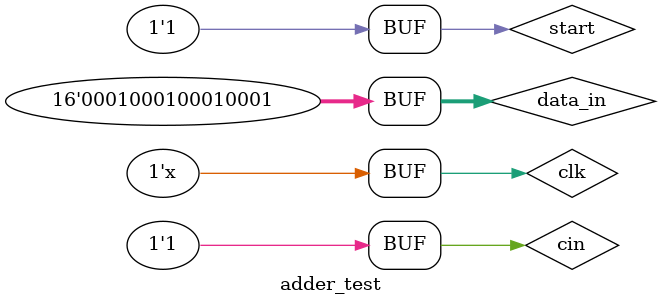
<source format=v>
`timescale 1ns / 1ps


module adder_test;

parameter N = 16;

reg clk, start, cin;
reg [15:0] data_in;
wire done;
wire [16:0] data_out;

carry_lookahead_adder #(.N(N)) dut (.clk(clk),
                                     .start(start),
                                     .carry_in(cin),
                                     .data_in(data_in),
                                     .done(done),
                                     .data_out(data_out));
                                    
                                    
initial
begin
    clk = 1'b0;
    start = 1'b0;
    cin = 1'b1;
end

always #5 clk = ~clk;

initial
begin
    #12 start = 1'b1;
        data_in = 16'hAAAA;
    #15 data_in = 16'h1111;
end
endmodule

</source>
